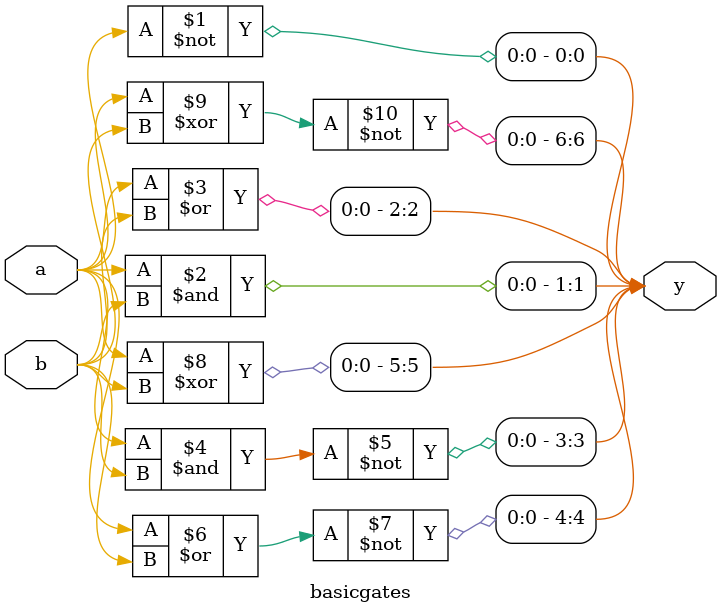
<source format=v>
module basicgates(input a,b,output [6:0] y);
assign y[0]=~a; 	// not operation
assign y[1]=a&b; 	// and operation
assign y[2]=a|b; 	// or operation
assign y[3]=~(a&b);	//nand operation
assign y[4]=~(a|b);	//nor operation
assign y[5]=a^b;	//xor operation
assign y[6]=~(a^b);	//xnor operation
endmodule
</source>
